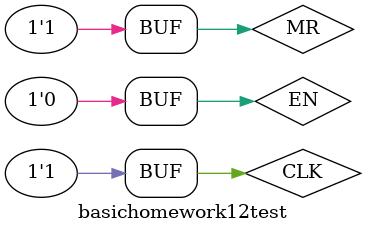
<source format=v>
`timescale 1ns / 1ps


module basichomework12test;

	// Inputs
	reg MR;
	reg EN;
	reg CLK;

	// Outputs
	wire [3:0] Q;
	wire CO;

	// Instantiate the Unit Under Test (UUT)
	basichomework12 uut (
		.MR(MR), 
		.EN(EN), 
		.CLK(CLK), 
		.Q(Q), 
		.CO(CO)
	);

	initial begin
		// Initialize Inputs
		MR = 0;
		EN = 0;
		CLK = 0;

		// Wait 100 ns for global reset to finish
		#100;
        
		// Add stimulus here
		#100;
		CLK<=1;
		
		
		#100;
		MR<=1;
		CLK<=0;
		
		#100;
		EN<=1;
		
		#100;
		CLK<=1;
		
		#100;
		CLK<=0;
		
		#100;
		CLK<=1;
		
		#100;
		EN<=0;
		
		#100;
		CLK<=0;
		
		#100;
		CLK<=1;
		
	end
      
endmodule


</source>
